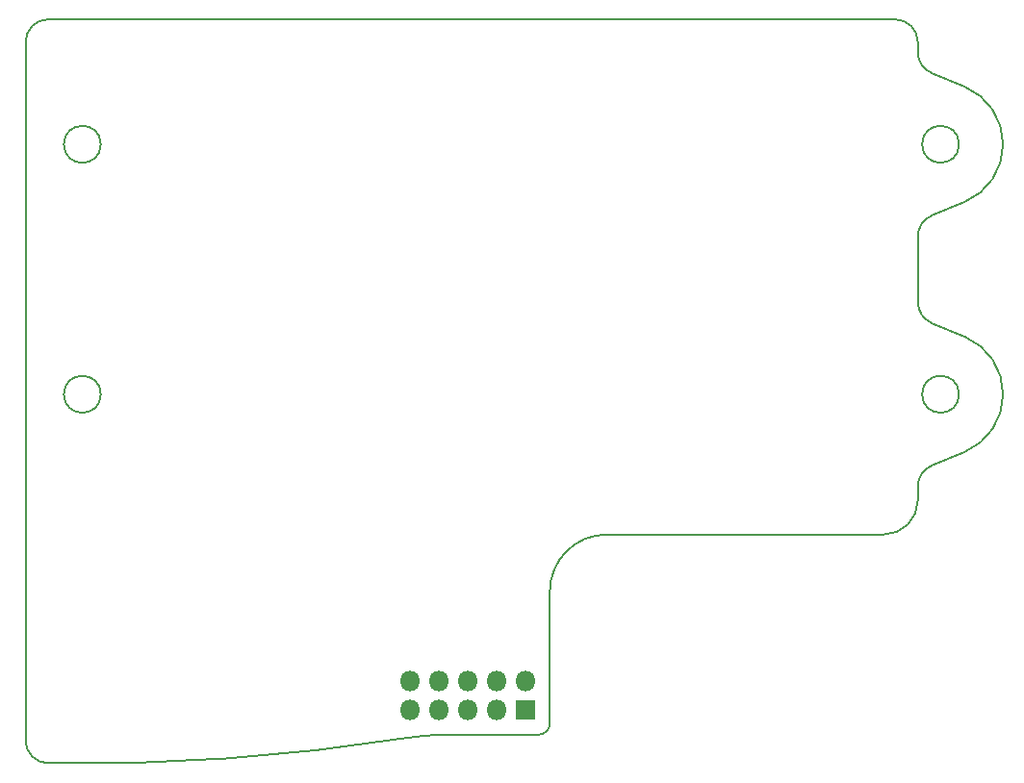
<source format=gbr>
%TF.GenerationSoftware,KiCad,Pcbnew,(5.0.0)*%
%TF.CreationDate,2019-04-02T12:02:53-04:00*%
%TF.ProjectId,Fusion Dummy Mainboard Test Fit,467573696F6E2044756D6D79204D6169,rev?*%
%TF.SameCoordinates,Original*%
%TF.FileFunction,Soldermask,Bot*%
%TF.FilePolarity,Negative*%
%FSLAX46Y46*%
G04 Gerber Fmt 4.6, Leading zero omitted, Abs format (unit mm)*
G04 Created by KiCad (PCBNEW (5.0.0)) date 04/02/19 12:02:53*
%MOMM*%
%LPD*%
G01*
G04 APERTURE LIST*
%ADD10C,0.200000*%
%ADD11R,1.801600X1.801600*%
%ADD12O,1.801600X1.801600*%
G04 APERTURE END LIST*
D10*
X158000000Y-81882059D02*
X158000000Y-81000000D01*
X86125000Y-112000000D02*
G75*
G03X86125000Y-112000000I-1625000J0D01*
G01*
X161625000Y-112000000D02*
G75*
G03X161625000Y-112000000I-1625000J0D01*
G01*
X161625000Y-90000000D02*
G75*
G03X161625000Y-90000000I-1625000J0D01*
G01*
X86125000Y-90000000D02*
G75*
G03X86125000Y-90000000I-1625000J0D01*
G01*
X159234633Y-105729818D02*
G75*
G02X158000000Y-103882059I765367J1847759D01*
G01*
X125630000Y-140960000D02*
X125630000Y-129350000D01*
X162104759Y-84918663D02*
X159234633Y-83729818D01*
X159234633Y-83729818D02*
G75*
G02X158000000Y-81882059I765367J1847759D01*
G01*
X159234633Y-96270183D02*
X162104759Y-95081338D01*
X158000000Y-98117942D02*
G75*
G02X159234633Y-96270183I2000000J0D01*
G01*
X158000000Y-121350000D02*
G75*
G02X155000000Y-124350000I-3000000J0D01*
G01*
X79500000Y-81000000D02*
G75*
G02X81500000Y-79000000I2000000J0D01*
G01*
X162104759Y-84918662D02*
G75*
G02X162104759Y-95081338I-2104759J-5081338D01*
G01*
X158000000Y-121350000D02*
X158000000Y-120117942D01*
X112897249Y-142264738D02*
G75*
G02X116768705Y-141960000I3871456J-24439533D01*
G01*
X79500000Y-81000000D02*
X79500000Y-142474929D01*
X112897249Y-142264739D02*
G75*
G02X81466574Y-144474650I-28397249J179264739D01*
G01*
X81466574Y-144474650D02*
G75*
G02X79500000Y-142474929I33426J1999721D01*
G01*
X162104759Y-106918663D02*
X159234633Y-105729818D01*
X162104759Y-106918662D02*
G75*
G02X162104759Y-117081338I-2104759J-5081338D01*
G01*
X159234633Y-118270183D02*
X162104759Y-117081338D01*
X125630000Y-140960000D02*
G75*
G02X124630000Y-141960000I-1000000J0D01*
G01*
X130630000Y-124350000D02*
X155000000Y-124350000D01*
X125630000Y-129350000D02*
G75*
G02X130630000Y-124350000I5000000J0D01*
G01*
X116768705Y-141960000D02*
X124630000Y-141960000D01*
X158000000Y-103882059D02*
X158000000Y-98117942D01*
X158000000Y-120117942D02*
G75*
G02X159234633Y-118270183I2000000J0D01*
G01*
X156000000Y-79000000D02*
X81500000Y-79000000D01*
X156000000Y-79000000D02*
G75*
G02X158000000Y-81000000I0J-2000000D01*
G01*
D11*
X123480000Y-139810000D03*
D12*
X123480000Y-137270000D03*
X120940000Y-139810000D03*
X120940000Y-137270000D03*
X118400000Y-139810000D03*
X118400000Y-137270000D03*
X115860000Y-139810000D03*
X115860000Y-137270000D03*
X113320000Y-139810000D03*
X113320000Y-137270000D03*
M02*

</source>
